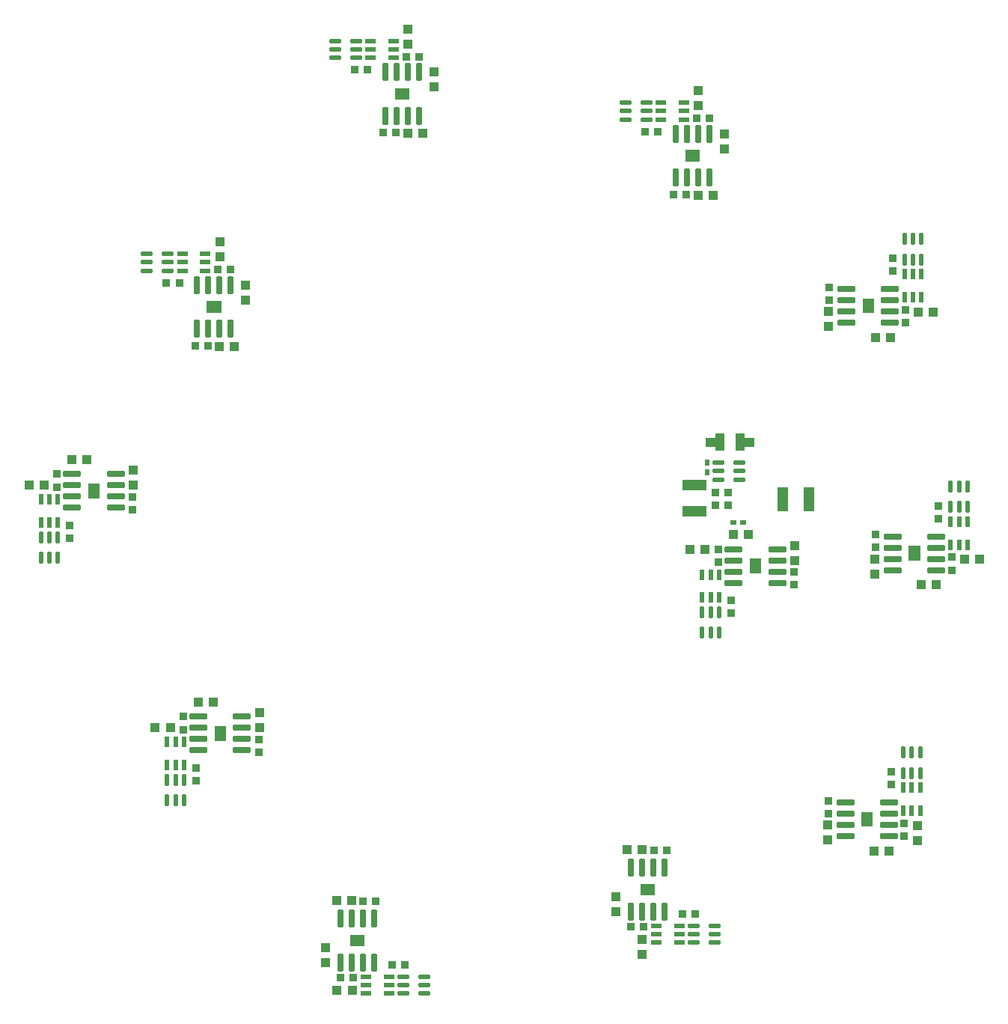
<source format=gtp>
G04*
G04 #@! TF.GenerationSoftware,Altium Limited,Altium Designer,23.3.1 (30)*
G04*
G04 Layer_Color=8421504*
%FSLAX44Y44*%
%MOMM*%
G71*
G04*
G04 #@! TF.SameCoordinates,DEB4E624-6092-4267-9E12-8A2B7123D7A8*
G04*
G04*
G04 #@! TF.FilePolarity,Positive*
G04*
G01*
G75*
%ADD14R,1.2400X2.7300*%
G04:AMPARAMS|DCode=15|XSize=1.37mm|YSize=0.59mm|CornerRadius=0.1475mm|HoleSize=0mm|Usage=FLASHONLY|Rotation=180.000|XOffset=0mm|YOffset=0mm|HoleType=Round|Shape=RoundedRectangle|*
%AMROUNDEDRECTD15*
21,1,1.3700,0.2950,0,0,180.0*
21,1,1.0750,0.5900,0,0,180.0*
1,1,0.2950,-0.5375,0.1475*
1,1,0.2950,0.5375,0.1475*
1,1,0.2950,0.5375,-0.1475*
1,1,0.2950,-0.5375,-0.1475*
%
%ADD15ROUNDEDRECTD15*%
%ADD16R,0.5000X0.7000*%
%ADD17R,0.5500X1.2000*%
%ADD18R,0.9000X0.9000*%
G04:AMPARAMS|DCode=19|XSize=1.37mm|YSize=0.59mm|CornerRadius=0.1475mm|HoleSize=0mm|Usage=FLASHONLY|Rotation=270.000|XOffset=0mm|YOffset=0mm|HoleType=Round|Shape=RoundedRectangle|*
%AMROUNDEDRECTD19*
21,1,1.3700,0.2950,0,0,270.0*
21,1,1.0750,0.5900,0,0,270.0*
1,1,0.2950,-0.1475,-0.5375*
1,1,0.2950,-0.1475,0.5375*
1,1,0.2950,0.1475,0.5375*
1,1,0.2950,0.1475,-0.5375*
%
%ADD19ROUNDEDRECTD19*%
G04:AMPARAMS|DCode=20|XSize=1.97mm|YSize=0.6mm|CornerRadius=0.075mm|HoleSize=0mm|Usage=FLASHONLY|Rotation=180.000|XOffset=0mm|YOffset=0mm|HoleType=Round|Shape=RoundedRectangle|*
%AMROUNDEDRECTD20*
21,1,1.9700,0.4500,0,0,180.0*
21,1,1.8200,0.6000,0,0,180.0*
1,1,0.1500,-0.9100,0.2250*
1,1,0.1500,0.9100,0.2250*
1,1,0.1500,0.9100,-0.2250*
1,1,0.1500,-0.9100,-0.2250*
%
%ADD20ROUNDEDRECTD20*%
%ADD21R,1.1000X1.0000*%
%ADD22R,0.9000X0.9000*%
%ADD23R,0.7000X0.5000*%
%ADD24R,1.0000X1.1000*%
%ADD25R,1.2000X0.5500*%
G04:AMPARAMS|DCode=26|XSize=1.97mm|YSize=0.6mm|CornerRadius=0.075mm|HoleSize=0mm|Usage=FLASHONLY|Rotation=270.000|XOffset=0mm|YOffset=0mm|HoleType=Round|Shape=RoundedRectangle|*
%AMROUNDEDRECTD26*
21,1,1.9700,0.4500,0,0,270.0*
21,1,1.8200,0.6000,0,0,270.0*
1,1,0.1500,-0.2250,-0.9100*
1,1,0.1500,-0.2250,0.9100*
1,1,0.1500,0.2250,0.9100*
1,1,0.1500,0.2250,-0.9100*
%
%ADD26ROUNDEDRECTD26*%
%ADD27R,2.7300X1.2400*%
G36*
X79330Y201700D02*
X92230D01*
Y185300D01*
X79330D01*
Y201700D01*
D02*
G37*
G36*
X232600Y-47000D02*
Y-34100D01*
X249000D01*
Y-47000D01*
X232600D01*
D02*
G37*
G36*
X561355Y10550D02*
Y23450D01*
X577755D01*
Y10550D01*
X561355D01*
D02*
G37*
G36*
X824200Y88050D02*
X811300D01*
Y104450D01*
X824200D01*
Y88050D01*
D02*
G37*
G36*
X684800Y391200D02*
X697700D01*
Y374800D01*
X684800D01*
Y391200D01*
D02*
G37*
G36*
X877700Y389050D02*
X864800D01*
Y405450D01*
X877700D01*
Y389050D01*
D02*
G37*
G36*
X-63625Y476025D02*
X-50725D01*
Y459625D01*
X-63625D01*
Y476025D01*
D02*
G37*
G36*
X86909Y682385D02*
Y669485D01*
X70509D01*
Y682385D01*
X86909D01*
D02*
G37*
G36*
X299850Y923348D02*
Y910448D01*
X283450D01*
Y923348D01*
X299850D01*
D02*
G37*
G36*
X628317Y853357D02*
Y840457D01*
X611917D01*
Y853357D01*
X628317D01*
D02*
G37*
G36*
X646000Y518000D02*
X635000D01*
Y528000D01*
X646000D01*
Y533000D01*
X656000D01*
Y513000D01*
X646000D01*
Y518000D01*
D02*
G37*
G36*
X669000Y533000D02*
X679000D01*
Y528000D01*
X690000D01*
Y518000D01*
X679000D01*
Y513000D01*
X669000D01*
Y533000D01*
D02*
G37*
G36*
X825393Y668840D02*
X812493D01*
Y685240D01*
X825393D01*
Y668840D01*
D02*
G37*
D14*
X751850Y458500D02*
D03*
X722150D02*
D03*
D15*
X673200Y499750D02*
D03*
Y490250D02*
D03*
Y480750D02*
D03*
X649800D02*
D03*
Y490250D02*
D03*
Y499750D02*
D03*
X293100Y-100550D02*
D03*
Y-91050D02*
D03*
Y-81550D02*
D03*
X316500D02*
D03*
Y-91050D02*
D03*
Y-100550D02*
D03*
X621855Y-43000D02*
D03*
Y-33500D02*
D03*
Y-24000D02*
D03*
X645255D02*
D03*
Y-33500D02*
D03*
Y-43000D02*
D03*
X567817Y906907D02*
D03*
Y897407D02*
D03*
Y887907D02*
D03*
X544417D02*
D03*
Y897407D02*
D03*
Y906907D02*
D03*
X239350Y976898D02*
D03*
Y967398D02*
D03*
Y957898D02*
D03*
X215950D02*
D03*
Y967398D02*
D03*
Y976898D02*
D03*
X26409Y735935D02*
D03*
Y726435D02*
D03*
Y716935D02*
D03*
X3009D02*
D03*
Y726435D02*
D03*
Y735935D02*
D03*
D16*
X636750Y500000D02*
D03*
Y489000D02*
D03*
D17*
X631250Y347250D02*
D03*
X640750D02*
D03*
X650250D02*
D03*
Y373250D02*
D03*
X631250D02*
D03*
X640750D02*
D03*
X-117175Y432075D02*
D03*
X-107675D02*
D03*
X-98175D02*
D03*
Y458075D02*
D03*
X-117175D02*
D03*
X-107675D02*
D03*
X25780Y157750D02*
D03*
X35280D02*
D03*
X44780D02*
D03*
Y183750D02*
D03*
X25780D02*
D03*
X35280D02*
D03*
X877750Y132000D02*
D03*
X868250D02*
D03*
X858750D02*
D03*
Y106000D02*
D03*
X877750D02*
D03*
X868250D02*
D03*
X931250Y433000D02*
D03*
X921750D02*
D03*
X912250D02*
D03*
Y407000D02*
D03*
X931250D02*
D03*
X921750D02*
D03*
X878943Y712790D02*
D03*
X869443D02*
D03*
X859943D02*
D03*
Y686790D02*
D03*
X878943D02*
D03*
X869443D02*
D03*
D18*
X663750Y343750D02*
D03*
Y329250D02*
D03*
X735250Y376250D02*
D03*
Y361750D02*
D03*
X649250Y402000D02*
D03*
Y387500D02*
D03*
X-84675Y428575D02*
D03*
Y414075D02*
D03*
X-13175Y461075D02*
D03*
Y446575D02*
D03*
X-99175Y486825D02*
D03*
Y472325D02*
D03*
X58280Y154250D02*
D03*
Y139750D02*
D03*
X129780Y186750D02*
D03*
Y172250D02*
D03*
X43780Y212500D02*
D03*
Y198000D02*
D03*
X845250Y135500D02*
D03*
Y150000D02*
D03*
X859750Y77250D02*
D03*
Y91750D02*
D03*
X773750Y103000D02*
D03*
Y117500D02*
D03*
X827250Y404000D02*
D03*
Y418500D02*
D03*
X913250Y378250D02*
D03*
Y392750D02*
D03*
X898750Y436500D02*
D03*
Y451000D02*
D03*
X860943Y658040D02*
D03*
Y672540D02*
D03*
X774943Y683790D02*
D03*
Y698290D02*
D03*
X846443Y716290D02*
D03*
Y730790D02*
D03*
D19*
X631250Y330700D02*
D03*
X640750D02*
D03*
X650250D02*
D03*
Y307300D02*
D03*
X640750D02*
D03*
X631250D02*
D03*
X-117175Y415525D02*
D03*
X-107675D02*
D03*
X-98175D02*
D03*
Y392125D02*
D03*
X-107675D02*
D03*
X-117175D02*
D03*
X25780Y141200D02*
D03*
X35280D02*
D03*
X44780D02*
D03*
Y117800D02*
D03*
X35280D02*
D03*
X25780D02*
D03*
X877750Y148550D02*
D03*
X868250D02*
D03*
X858750D02*
D03*
Y171950D02*
D03*
X868250D02*
D03*
X877750D02*
D03*
X931250Y449550D02*
D03*
X921750D02*
D03*
X912250D02*
D03*
Y472950D02*
D03*
X921750D02*
D03*
X931250D02*
D03*
X878943Y729340D02*
D03*
X869443D02*
D03*
X859943D02*
D03*
Y752740D02*
D03*
X869443D02*
D03*
X878943D02*
D03*
D20*
X666500Y363950D02*
D03*
Y376650D02*
D03*
Y389350D02*
D03*
Y402050D02*
D03*
X716000D02*
D03*
Y389350D02*
D03*
Y376650D02*
D03*
Y363950D02*
D03*
X-81925Y448775D02*
D03*
Y461475D02*
D03*
Y474175D02*
D03*
Y486875D02*
D03*
X-32425D02*
D03*
Y474175D02*
D03*
Y461475D02*
D03*
Y448775D02*
D03*
X61030Y174450D02*
D03*
Y187150D02*
D03*
Y199850D02*
D03*
Y212550D02*
D03*
X110530D02*
D03*
Y199850D02*
D03*
Y187150D02*
D03*
Y174450D02*
D03*
X842500Y115300D02*
D03*
Y102600D02*
D03*
Y89900D02*
D03*
Y77200D02*
D03*
X793000D02*
D03*
Y89900D02*
D03*
Y102600D02*
D03*
Y115300D02*
D03*
X896000Y416300D02*
D03*
Y403600D02*
D03*
Y390900D02*
D03*
Y378200D02*
D03*
X846500D02*
D03*
Y390900D02*
D03*
Y403600D02*
D03*
Y416300D02*
D03*
X843693Y696090D02*
D03*
Y683390D02*
D03*
Y670690D02*
D03*
Y657990D02*
D03*
X794193D02*
D03*
Y670690D02*
D03*
Y683390D02*
D03*
Y696090D02*
D03*
D21*
X617500Y402000D02*
D03*
X634500D02*
D03*
X683250Y418750D02*
D03*
X666250D02*
D03*
X-65175Y503575D02*
D03*
X-82175D02*
D03*
X-130675Y474575D02*
D03*
X-113675D02*
D03*
X77780Y229250D02*
D03*
X60780D02*
D03*
X12280Y200250D02*
D03*
X29280D02*
D03*
X234550Y4200D02*
D03*
X217550D02*
D03*
X218018Y-97032D02*
D03*
X235018D02*
D03*
X563305Y61750D02*
D03*
X546305D02*
D03*
X825750Y60500D02*
D03*
X842750D02*
D03*
X879250Y361500D02*
D03*
X896250D02*
D03*
X944750Y390500D02*
D03*
X927750D02*
D03*
X892443Y670290D02*
D03*
X875443D02*
D03*
X826943Y641290D02*
D03*
X843943D02*
D03*
X626367Y802157D02*
D03*
X643367D02*
D03*
X297900Y872148D02*
D03*
X314900D02*
D03*
X84959Y631185D02*
D03*
X101959D02*
D03*
D22*
X646250Y465750D02*
D03*
X660750D02*
D03*
Y451750D02*
D03*
X646250D02*
D03*
X280050Y-68050D02*
D03*
X294550D02*
D03*
X247550Y3450D02*
D03*
X262050D02*
D03*
X221800Y-82550D02*
D03*
X236300D02*
D03*
X608805Y-10500D02*
D03*
X623305D02*
D03*
X550555Y-25000D02*
D03*
X565055D02*
D03*
X576305Y61000D02*
D03*
X590805D02*
D03*
X580867Y874407D02*
D03*
X566367D02*
D03*
X613367Y802907D02*
D03*
X598867D02*
D03*
X639117Y888907D02*
D03*
X624617D02*
D03*
X284900Y872898D02*
D03*
X270400D02*
D03*
X310650Y958898D02*
D03*
X296150D02*
D03*
X252400Y944398D02*
D03*
X237900D02*
D03*
X39459Y703435D02*
D03*
X24959D02*
D03*
X71959Y631935D02*
D03*
X57459D02*
D03*
X97709Y717935D02*
D03*
X83209D02*
D03*
D23*
X666250Y431750D02*
D03*
X677250D02*
D03*
D24*
X736000Y389250D02*
D03*
Y406250D02*
D03*
X-12425Y474075D02*
D03*
Y491075D02*
D03*
X130530Y199750D02*
D03*
Y216750D02*
D03*
X205050Y-48550D02*
D03*
Y-65550D02*
D03*
X562805Y-56500D02*
D03*
Y-39500D02*
D03*
X533805Y9000D02*
D03*
Y-8000D02*
D03*
X874950Y71925D02*
D03*
Y88925D02*
D03*
X773000Y90000D02*
D03*
Y73000D02*
D03*
X826500Y391000D02*
D03*
Y374000D02*
D03*
X774193Y670790D02*
D03*
Y653790D02*
D03*
X655867Y854907D02*
D03*
Y871907D02*
D03*
X626867Y920407D02*
D03*
Y903407D02*
D03*
X327400Y924898D02*
D03*
Y941898D02*
D03*
X298400Y990398D02*
D03*
Y973398D02*
D03*
X114484Y683910D02*
D03*
Y700910D02*
D03*
X85334Y749310D02*
D03*
Y732310D02*
D03*
D25*
X276550Y-100550D02*
D03*
Y-91050D02*
D03*
Y-81550D02*
D03*
X250550D02*
D03*
Y-100550D02*
D03*
Y-91050D02*
D03*
X605305Y-43000D02*
D03*
Y-33500D02*
D03*
Y-24000D02*
D03*
X579305D02*
D03*
Y-43000D02*
D03*
Y-33500D02*
D03*
X584367Y906907D02*
D03*
Y897407D02*
D03*
Y887907D02*
D03*
X610367D02*
D03*
Y906907D02*
D03*
Y897407D02*
D03*
X255900Y976898D02*
D03*
Y967398D02*
D03*
Y957898D02*
D03*
X281900D02*
D03*
Y976898D02*
D03*
Y967398D02*
D03*
X42959Y735935D02*
D03*
Y726435D02*
D03*
Y716935D02*
D03*
X68959D02*
D03*
Y735935D02*
D03*
Y726435D02*
D03*
D26*
X259850Y-65300D02*
D03*
X247150D02*
D03*
X234450D02*
D03*
X221750D02*
D03*
Y-15800D02*
D03*
X234450D02*
D03*
X247150D02*
D03*
X259850D02*
D03*
X588605Y-7750D02*
D03*
X575905D02*
D03*
X563205D02*
D03*
X550505D02*
D03*
Y41750D02*
D03*
X563205D02*
D03*
X575905D02*
D03*
X588605D02*
D03*
X601067Y871657D02*
D03*
X613767D02*
D03*
X626467D02*
D03*
X639167D02*
D03*
Y822157D02*
D03*
X626467D02*
D03*
X613767D02*
D03*
X601067D02*
D03*
X59659Y700685D02*
D03*
X72359D02*
D03*
X85059D02*
D03*
X97759D02*
D03*
Y651185D02*
D03*
X85059D02*
D03*
X72359D02*
D03*
X59659D02*
D03*
X272600Y892148D02*
D03*
X285300D02*
D03*
X298000D02*
D03*
X310700D02*
D03*
Y941648D02*
D03*
X298000D02*
D03*
X285300D02*
D03*
X272600D02*
D03*
D27*
X622500Y474100D02*
D03*
Y444400D02*
D03*
M02*

</source>
